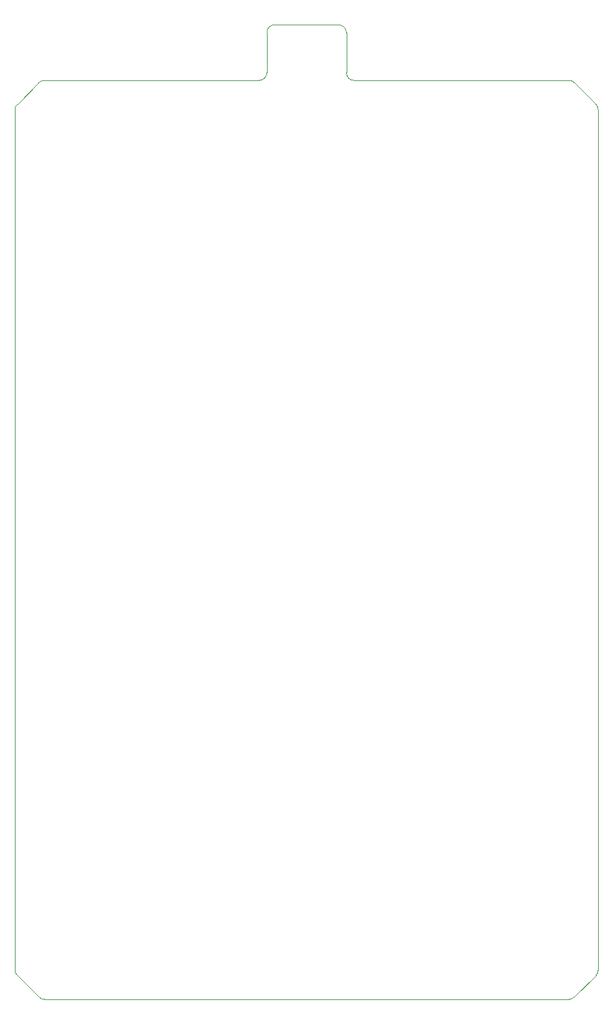
<source format=gm1>
G04 #@! TF.GenerationSoftware,KiCad,Pcbnew,(6.0.5)*
G04 #@! TF.CreationDate,2022-06-15T23:33:23+02:00*
G04 #@! TF.ProjectId,whalepad,7768616c-6570-4616-942e-6b696361645f,rev?*
G04 #@! TF.SameCoordinates,Original*
G04 #@! TF.FileFunction,Profile,NP*
%FSLAX46Y46*%
G04 Gerber Fmt 4.6, Leading zero omitted, Abs format (unit mm)*
G04 Created by KiCad (PCBNEW (6.0.5)) date 2022-06-15 23:33:23*
%MOMM*%
%LPD*%
G01*
G04 APERTURE LIST*
G04 #@! TA.AperFunction,Profile*
%ADD10C,0.100000*%
G04 #@! TD*
G04 APERTURE END LIST*
D10*
X24375000Y40063000D02*
X32775000Y40063000D01*
X62846573Y-87225000D02*
X-5696573Y-87225000D01*
X23375000Y39063000D02*
X23375000Y33812000D01*
X66674981Y28983573D02*
G75*
G03*
X66382107Y29690680I-999981J27D01*
G01*
X34775000Y32812000D02*
X62846573Y32812000D01*
X62846573Y-87224981D02*
G75*
G03*
X63553680Y-86932107I27J999981D01*
G01*
X-9525000Y-83396573D02*
G75*
G03*
X-9232107Y-84103680I1000104J43D01*
G01*
X33775000Y39063000D02*
G75*
G03*
X32775000Y40063000I-1000000J0D01*
G01*
X-9232107Y29690680D02*
X-6403680Y32519107D01*
X-6403680Y-86932107D02*
G75*
G03*
X-5696573Y-87225000I707057J706988D01*
G01*
X63553693Y32519120D02*
G75*
G03*
X62846573Y32812000I-707093J-707120D01*
G01*
X66675000Y28983573D02*
X66675000Y-83396573D01*
X-9525000Y28983573D02*
X-9525000Y-83396573D01*
X66382120Y-84103693D02*
G75*
G03*
X66675000Y-83396573I-707120J707093D01*
G01*
X33775000Y39063000D02*
X33775000Y33812000D01*
X24375000Y40063000D02*
G75*
G03*
X23375000Y39063000I0J-1000000D01*
G01*
X-9232107Y29690680D02*
G75*
G03*
X-9525000Y28983573I706986J-707057D01*
G01*
X-6403680Y-86932107D02*
X-9232107Y-84103680D01*
X22375000Y32812000D02*
G75*
G03*
X23375000Y33812000I0J1000000D01*
G01*
X-5696573Y32812000D02*
G75*
G03*
X-6403680Y32519107I42J-1000102D01*
G01*
X63553680Y32519107D02*
X66382107Y29690680D01*
X33775000Y33812000D02*
G75*
G03*
X34775000Y32812000I1000000J0D01*
G01*
X-5696573Y32812000D02*
X22375000Y32812000D01*
X66382107Y-84103680D02*
X63553680Y-86932107D01*
M02*

</source>
